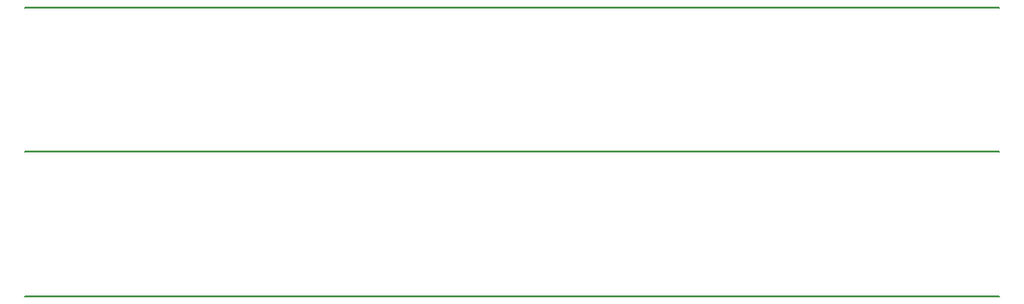
<source format=gbr>
%FSTAX24Y24*%
%MOIN*%
%IN AUX12.GBR *%
%ADD10C,0.0050*%
D10*X-006165Y004394D02*G01X027835D01*X-006165Y009433D02*X027835D01*
X-006165Y014472D02*X027835D01*
M02*
</source>
